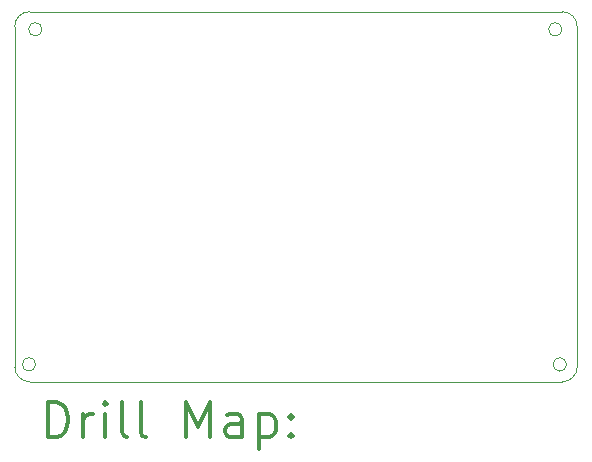
<source format=gbr>
%FSLAX45Y45*%
G04 Gerber Fmt 4.5, Leading zero omitted, Abs format (unit mm)*
G04 Created by KiCad (PCBNEW 5.1.5+dfsg1-2build2) date 2021-06-16 02:42:30*
%MOMM*%
%LPD*%
G04 APERTURE LIST*
%TA.AperFunction,Profile*%
%ADD10C,0.100000*%
%TD*%
%ADD11C,0.200000*%
%ADD12C,0.300000*%
G04 APERTURE END LIST*
D10*
X2542948Y-2461260D02*
G75*
G03X2542948Y-2461260I-56796J0D01*
G01*
X6945276Y-2461260D02*
G75*
G03X6945276Y-2461260I-56796J0D01*
G01*
X2489200Y-5298440D02*
G75*
G03X2489200Y-5298440I-56796J0D01*
G01*
X2438400Y-2311400D02*
X6946900Y-2311400D01*
X2311400Y-5318760D02*
X2311400Y-2438400D01*
X6946900Y-5445760D02*
X2438400Y-5445760D01*
X7073900Y-2438400D02*
X7073900Y-5318760D01*
X7073900Y-5318760D02*
G75*
G02X6946900Y-5445760I-127000J0D01*
G01*
X2438400Y-5445760D02*
G75*
G02X2311400Y-5318760I0J127000D01*
G01*
X2311400Y-2438400D02*
G75*
G02X2438400Y-2311400I127000J0D01*
G01*
X6946900Y-2311400D02*
G75*
G02X7073900Y-2438400I0J-127000D01*
G01*
X6983376Y-5298440D02*
G75*
G03X6983376Y-5298440I-56796J0D01*
G01*
D11*
D12*
X2592828Y-5916474D02*
X2592828Y-5616474D01*
X2664257Y-5616474D01*
X2707114Y-5630760D01*
X2735686Y-5659331D01*
X2749971Y-5687903D01*
X2764257Y-5745046D01*
X2764257Y-5787903D01*
X2749971Y-5845046D01*
X2735686Y-5873617D01*
X2707114Y-5902189D01*
X2664257Y-5916474D01*
X2592828Y-5916474D01*
X2892828Y-5916474D02*
X2892828Y-5716474D01*
X2892828Y-5773617D02*
X2907114Y-5745046D01*
X2921400Y-5730760D01*
X2949971Y-5716474D01*
X2978543Y-5716474D01*
X3078543Y-5916474D02*
X3078543Y-5716474D01*
X3078543Y-5616474D02*
X3064257Y-5630760D01*
X3078543Y-5645046D01*
X3092828Y-5630760D01*
X3078543Y-5616474D01*
X3078543Y-5645046D01*
X3264257Y-5916474D02*
X3235686Y-5902189D01*
X3221400Y-5873617D01*
X3221400Y-5616474D01*
X3421400Y-5916474D02*
X3392828Y-5902189D01*
X3378543Y-5873617D01*
X3378543Y-5616474D01*
X3764257Y-5916474D02*
X3764257Y-5616474D01*
X3864257Y-5830760D01*
X3964257Y-5616474D01*
X3964257Y-5916474D01*
X4235686Y-5916474D02*
X4235686Y-5759331D01*
X4221400Y-5730760D01*
X4192828Y-5716474D01*
X4135686Y-5716474D01*
X4107114Y-5730760D01*
X4235686Y-5902189D02*
X4207114Y-5916474D01*
X4135686Y-5916474D01*
X4107114Y-5902189D01*
X4092828Y-5873617D01*
X4092828Y-5845046D01*
X4107114Y-5816474D01*
X4135686Y-5802189D01*
X4207114Y-5802189D01*
X4235686Y-5787903D01*
X4378543Y-5716474D02*
X4378543Y-6016474D01*
X4378543Y-5730760D02*
X4407114Y-5716474D01*
X4464257Y-5716474D01*
X4492828Y-5730760D01*
X4507114Y-5745046D01*
X4521400Y-5773617D01*
X4521400Y-5859331D01*
X4507114Y-5887903D01*
X4492828Y-5902189D01*
X4464257Y-5916474D01*
X4407114Y-5916474D01*
X4378543Y-5902189D01*
X4649971Y-5887903D02*
X4664257Y-5902189D01*
X4649971Y-5916474D01*
X4635686Y-5902189D01*
X4649971Y-5887903D01*
X4649971Y-5916474D01*
X4649971Y-5730760D02*
X4664257Y-5745046D01*
X4649971Y-5759331D01*
X4635686Y-5745046D01*
X4649971Y-5730760D01*
X4649971Y-5759331D01*
M02*

</source>
